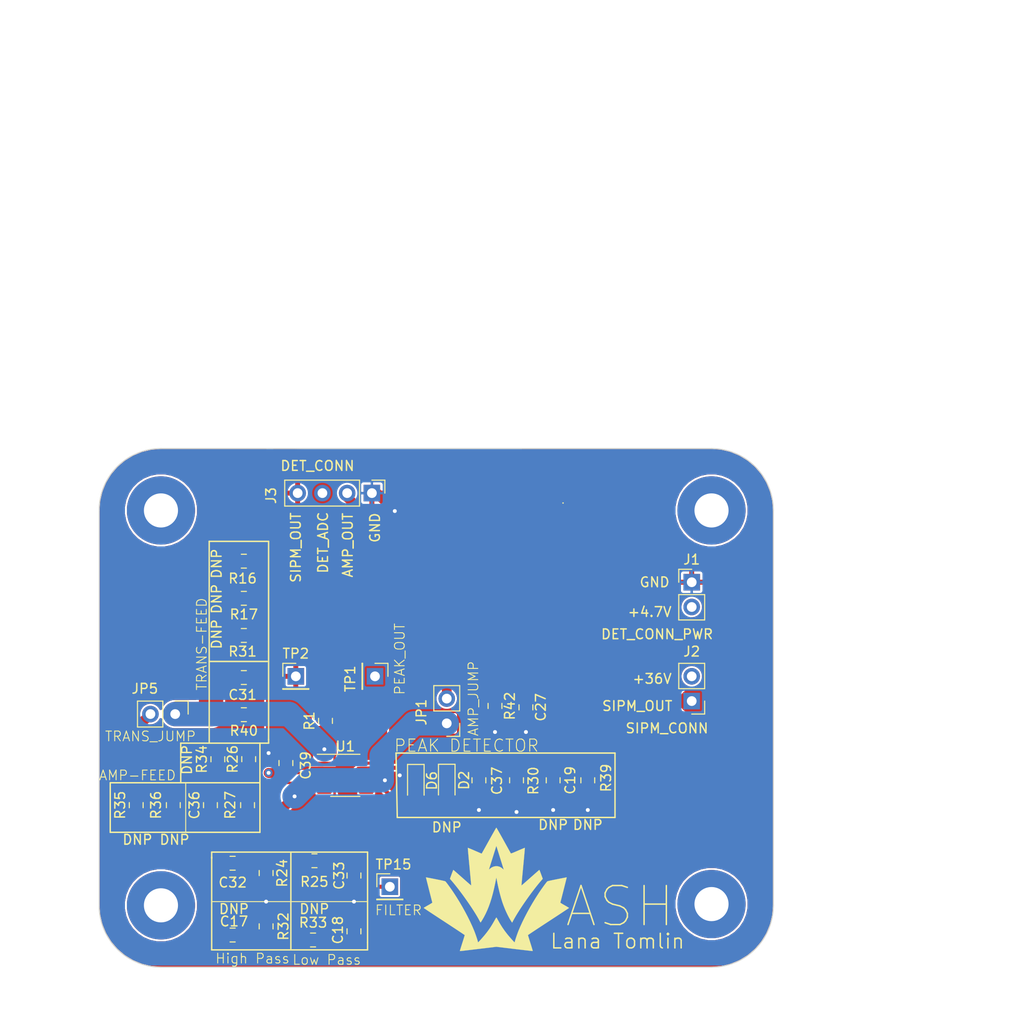
<source format=kicad_pcb>
(kicad_pcb (version 20171130) (host pcbnew "(5.1.9)-1")
  (layers (0 Papa.Cu signal) (1 GND.Cu power hide) (2 VCC.Cu power hide) (31 Mama.Cu signal) (34 B.Paste user hide) (35 F.Paste user) (36 B.SilkS user) (37 F.SilkS user) (38 B.Mask user hide) (39 F.Mask user hide) (44 Edge.Cuts user))
  (net 0 "")
  (net 1 GND)
  (net 2 "Net-(C17-Pad1)")
  (net 3 "Net-(C18-Pad2)")
  (net 4 "Net-(C19-Pad1)")
  (net 5 "Net-(C31-Pad1)")
  (net 6 "Net-(C32-Pad1)")
  (net 7 "Net-(C36-Pad2)")
  (net 8 "Net-(C36-Pad1)")
  (net 9 "Net-(D2-Pad2)")
  (net 10 /DET_ADC)
  (net 11 /SIPM_OUT)
  (net 12 /AMP_OUT)
  (net 13 +4.7V)
  (net 14 /Filter_IN)
  (net 15 "Net-(C31-Pad2)")
  (module MountingHole:MountingHole_3.5mm_Pad (layer Papa.Cu) (at 90.17 100.457 90)
    (fp_text reference REF** hide)
    (fp_text value MountingHole_3.5mm_Pad)
    (pad 1 thru_hole circle (at 0 0 90) (size 7 7) (drill 3.5) (layers *.Cu *.Mask))
  )
  (module MountingHole:MountingHole_3.5mm_Pad (layer Papa.Cu) (at 146.685 100.457 90)
    (fp_text reference REF** hide)
    (fp_text value MountingHole_3.5mm_Pad)
    (pad 1 thru_hole circle (at 0 0 90) (size 7 7) (drill 3.5) (layers *.Cu *.Mask))
  )
  (module MountingHole:MountingHole_3.5mm_Pad (layer Papa.Cu) (at 146.685 140.843 90)
    (fp_text reference REF** hide)
    (fp_text value MountingHole_3.5mm_Pad)
    (pad 1 thru_hole circle (at 0 0 90) (size 7 7) (drill 3.5) (layers *.Cu *.Mask))
  )
  (module Connector_PinHeader_2.54mm:PinHeader_1x01_P2.54mm_Vertical (layer Papa.Cu) (at 104.013 117.475)
    (fp_text reference TP2 (at 0 -2.33) (layer F.SilkS))
    (fp_text value TestPoint)
    (pad 1 thru_hole rect (at 0 0) (size 1.7 1.7) (drill 1) (layers *.Cu *.Mask) (net 15 "Net-(C31-Pad2)"))
  )
  (module Package_SO:MSOP-16_3x4.039mm_P0.5mm (layer Papa.Cu) (at 109.093 127.635)
    (fp_text reference U1 (at 0 -2.97) (layer F.SilkS))
    (fp_text value LTC6254)
    (pad 16 smd roundrect (at 2.15 -1.75) (size 1.45 0.3) (layers Papa.Cu F.Paste F.Mask) (net 10 /DET_ADC))
    (pad 15 smd roundrect (at 2.15 -1.25) (size 1.45 0.3) (layers Papa.Cu F.Paste F.Mask) (net 10 /DET_ADC))
    (pad 14 smd roundrect (at 2.15 -0.75) (size 1.45 0.3) (layers Papa.Cu F.Paste F.Mask) (net 4 "Net-(C19-Pad1)"))
    (pad 13 smd roundrect (at 2.15 -0.25) (size 1.45 0.3) (layers Papa.Cu F.Paste F.Mask) (net 1 GND))
    (pad 12 smd roundrect (at 2.15 0.25) (size 1.45 0.3) (layers Papa.Cu F.Paste F.Mask) (net 8 "Net-(C36-Pad1)"))
    (pad 11 smd roundrect (at 2.15 0.75) (size 1.45 0.3) (layers Papa.Cu F.Paste F.Mask) (net 4 "Net-(C19-Pad1)"))
    (pad 10 smd roundrect (at 2.15 1.25) (size 1.45 0.3) (layers Papa.Cu F.Paste F.Mask) (net 9 "Net-(D2-Pad2)"))
    (pad 9 smd roundrect (at 2.15 1.75) (size 1.45 0.3) (layers Papa.Cu F.Paste F.Mask))
    (pad 8 smd roundrect (at -2.15 1.75) (size 1.45 0.3) (layers Papa.Cu F.Paste F.Mask))
    (pad 7 smd roundrect (at -2.15 1.25) (size 1.45 0.3) (layers Papa.Cu F.Paste F.Mask) (net 8 "Net-(C36-Pad1)"))
    (pad 6 smd roundrect (at -2.15 0.75) (size 1.45 0.3) (layers Papa.Cu F.Paste F.Mask) (net 7 "Net-(C36-Pad2)"))
    (pad 5 smd roundrect (at -2.15 0.25) (size 1.45 0.3) (layers Papa.Cu F.Paste F.Mask) (net 3 "Net-(C18-Pad2)"))
    (pad 4 smd roundrect (at -2.15 -0.25) (size 1.45 0.3) (layers Papa.Cu F.Paste F.Mask) (net 13 +4.7V))
    (pad 3 smd roundrect (at -2.15 -0.75) (size 1.45 0.3) (layers Papa.Cu F.Paste F.Mask) (net 1 GND))
    (pad 2 smd roundrect (at -2.15 -1.25) (size 1.45 0.3) (layers Papa.Cu F.Paste F.Mask) (net 15 "Net-(C31-Pad2)"))
    (pad 1 smd roundrect (at -2.15 -1.75) (size 1.45 0.3) (layers Papa.Cu F.Paste F.Mask) (net 5 "Net-(C31-Pad1)"))
  )
  (module Resistor_SMD:R_0805_2012Metric_Pad1.15x1.40mm_HandSolder (layer Papa.Cu) (at 107.061 122.047 90)
    (fp_text reference R1 (at 0 -1.65 90) (layer F.SilkS))
    (fp_text value 1)
    (pad 2 smd roundrect (at 1.025 0 90) (size 1.15 1.4) (layers Papa.Cu F.Paste F.Mask) (roundrect_rratio 0.2173904347826087) (net 11 /SIPM_OUT))
    (pad 1 smd roundrect (at -1.025 0 90) (size 1.15 1.4) (layers Papa.Cu F.Paste F.Mask) (roundrect_rratio 0.2173904347826087) (net 15 "Net-(C31-Pad2)"))
  )
  (module Connector_PinHeader_2.54mm:PinHeader_1x04_P2.54mm_Vertical (layer Papa.Cu) (at 111.8235 98.679 270)
    (fp_text reference J3 (at 0.254 10.3505 270) (layer F.SilkS))
    (fp_text value DET_CONN (at -2.794 5.588 180) (layer F.SilkS))
    (pad 4 thru_hole oval (at 0 7.62 270) (size 1.7 1.7) (drill 1) (layers *.Cu *.Mask) (net 11 /SIPM_OUT))
    (pad 3 thru_hole oval (at 0 5.08 270) (size 1.7 1.7) (drill 1) (layers *.Cu *.Mask) (net 10 /DET_ADC))
    (pad 2 thru_hole oval (at 0 2.54 270) (size 1.7 1.7) (drill 1) (layers *.Cu *.Mask) (net 12 /AMP_OUT))
    (pad 1 thru_hole rect (at 0 0 270) (size 1.7 1.7) (drill 1) (layers *.Cu *.Mask) (net 1 GND))
  )
  (module Connector_PinHeader_2.54mm:PinHeader_1x02_P2.54mm_Vertical (layer Papa.Cu) (at 144.653 120.015 180)
    (fp_text reference J2 (at 0 5.08) (layer F.SilkS))
    (fp_text value SIPM_CONN (at 2.54 -2.794 180) (layer F.SilkS))
    (pad 2 thru_hole oval (at 0 2.54 180) (size 1.7 1.7) (drill 1) (layers *.Cu *.Mask))
    (pad 1 thru_hole rect (at 0 0 180) (size 1.7 1.7) (drill 1) (layers *.Cu *.Mask) (net 11 /SIPM_OUT))
  )
  (module Connector_PinHeader_2.54mm:PinHeader_1x02_P2.54mm_Vertical (layer Papa.Cu) (at 144.653 107.823)
    (fp_text reference J1 (at 0 -2.33) (layer F.SilkS))
    (fp_text value DET_CONN_PWR (at -3.556 5.334) (layer F.SilkS))
    (pad 2 thru_hole oval (at 0 2.54) (size 1.7 1.7) (drill 1) (layers *.Cu *.Mask) (net 13 +4.7V))
    (pad 1 thru_hole rect (at 0 0) (size 1.7 1.7) (drill 1) (layers *.Cu *.Mask) (net 1 GND))
  )
  (module Team_Logo:Logo_SilkScreen_15mm (layer Papa.Cu) (at 124.587 139.319)
    (fp_text reference G*** hide)
    (fp_text value LOGO hide)
  )
  (module MountingHole:MountingHole_3.5mm_Pad (layer Papa.Cu) (at 90.17 140.97 90)
    (fp_text reference REF** hide)
    (fp_text value MountingHole_3.5mm_Pad)
    (pad 1 thru_hole circle (at 0 0 90) (size 7 7) (drill 3.5) (layers *.Cu *.Mask))
  )
  (module Connector_PinHeader_2.54mm:PinHeader_1x01_P2.54mm_Vertical (layer Papa.Cu) (at 113.665 139.065)
    (fp_text reference TP15 (at 0.381 -2.286) (layer F.SilkS))
    (fp_text value FILTER (at 0.889 2.413) (layer F.SilkS) (effects (font (thickness 0.1))))
    (pad 1 thru_hole rect (at 0 0) (size 1.7 1.7) (drill 1) (layers *.Cu *.Mask) (net 3 "Net-(C18-Pad2)"))
  )
  (module Resistor_SMD:R_0805_2012Metric_Pad1.15x1.40mm_HandSolder (layer Papa.Cu) (at 99.178 125.975 90)
    (fp_text reference R26 (at 0 -1.65 270) (layer F.SilkS))
    (fp_text value 100)
    (pad 2 smd roundrect (at 1.025 0 90) (size 1.15 1.4) (layers Papa.Cu F.Paste F.Mask) (roundrect_rratio 0.2173904347826087) (net 1 GND))
    (pad 1 smd roundrect (at -1.025 0 90) (size 1.15 1.4) (layers Papa.Cu F.Paste F.Mask) (roundrect_rratio 0.2173904347826087) (net 7 "Net-(C36-Pad2)"))
  )
  (module Resistor_SMD:R_0805_2012Metric_Pad1.15x1.40mm_HandSolder (layer Papa.Cu) (at 96.012 125.984 270)
    (fp_text reference R34 (at 0 1.651 270) (layer F.SilkS))
    (fp_text value DNP (at 0.0635 3.175 270) (layer F.SilkS))
    (pad 2 smd roundrect (at 1.025 0 270) (size 1.15 1.4) (layers Papa.Cu F.Paste F.Mask) (roundrect_rratio 0.2173904347826087) (net 7 "Net-(C36-Pad2)"))
    (pad 1 smd roundrect (at -1.025 0 270) (size 1.15 1.4) (layers Papa.Cu F.Paste F.Mask) (roundrect_rratio 0.2173904347826087) (net 1 GND))
  )
  (module Connector_PinHeader_2.54mm:PinHeader_1x02_P2.54mm_Vertical (layer Papa.Cu) (at 119.507 122.301 180)
    (fp_text reference JP1 (at 2.6035 1.143 270) (layer F.SilkS))
    (fp_text value AMP_JUMP (at -2.7305 2.54 90) (layer F.SilkS) (effects (font (thickness 0.1))))
    (pad 2 thru_hole oval (at 0 2.54 180) (size 1.7 1.7) (drill 1) (layers *.Cu *.Mask) (net 12 /AMP_OUT))
    (pad 1 thru_hole rect (at 0 0 180) (size 1.7 1.7) (drill 1) (layers *.Cu *.Mask) (net 8 "Net-(C36-Pad1)"))
  )
  (module Resistor_SMD:R_0805_2012Metric_Pad1.15x1.40mm_HandSolder (layer Papa.Cu) (at 133.985 128.143 270)
    (fp_text reference R39 (at -0.2376 -1.8796 90) (layer F.SilkS))
    (fp_text value DNP (at 4.572 0 180) (layer F.SilkS))
    (pad 2 smd roundrect (at 1.025 0 270) (size 1.15 1.4) (layers Papa.Cu F.Paste F.Mask) (roundrect_rratio 0.2173904347826087) (net 1 GND))
    (pad 1 smd roundrect (at -1.025 0 270) (size 1.15 1.4) (layers Papa.Cu F.Paste F.Mask) (roundrect_rratio 0.2173904347826087) (net 4 "Net-(C19-Pad1)"))
  )
  (module Capacitor_SMD:C_0805_2012Metric_Pad1.15x1.40mm_HandSolder (layer Papa.Cu) (at 97.527 136.652 180)
    (fp_text reference C32 (at -0.009 -1.9812) (layer F.SilkS))
    (fp_text value 10n)
    (pad 2 smd roundrect (at 1.025 0 180) (size 1.15 1.4) (layers Papa.Cu F.Paste F.Mask) (roundrect_rratio 0.2173904347826087) (net 14 /Filter_IN))
    (pad 1 smd roundrect (at -1.025 0 180) (size 1.15 1.4) (layers Papa.Cu F.Paste F.Mask) (roundrect_rratio 0.2173904347826087) (net 6 "Net-(C32-Pad1)"))
  )
  (module Capacitor_SMD:C_0805_2012Metric_Pad1.15x1.40mm_HandSolder (layer Papa.Cu) (at 127.635 120.659 270)
    (fp_text reference C27 (at -0.009 -1.524 90) (layer F.SilkS))
    (fp_text value 2.2n)
    (pad 2 smd roundrect (at 1.025 0 270) (size 1.15 1.4) (layers Papa.Cu F.Paste F.Mask) (roundrect_rratio 0.2173904347826087) (net 1 GND))
    (pad 1 smd roundrect (at -1.025 0 270) (size 1.15 1.4) (layers Papa.Cu F.Paste F.Mask) (roundrect_rratio 0.2173904347826087) (net 12 /AMP_OUT))
  )
  (module Capacitor_SMD:C_0805_2012Metric_Pad1.15x1.40mm_HandSolder (layer Papa.Cu) (at 122.809 128.143 270)
    (fp_text reference C37 (at 0.0508 -1.8542 270) (layer F.SilkS))
    (fp_text value 2.2n)
    (pad 2 smd roundrect (at 1.025 0 270) (size 1.15 1.4) (layers Papa.Cu F.Paste F.Mask) (roundrect_rratio 0.2173904347826087) (net 1 GND))
    (pad 1 smd roundrect (at -1.025 0 270) (size 1.15 1.4) (layers Papa.Cu F.Paste F.Mask) (roundrect_rratio 0.2173904347826087) (net 4 "Net-(C19-Pad1)"))
  )
  (module Resistor_SMD:R_0805_2012Metric_Pad1.15x1.40mm_HandSolder (layer Papa.Cu) (at 124.46 120.514 270)
    (fp_text reference R42 (at 0.009 -1.524 90) (layer F.SilkS))
    (fp_text value 1M)
    (pad 2 smd roundrect (at 1.025 0 270) (size 1.15 1.4) (layers Papa.Cu F.Paste F.Mask) (roundrect_rratio 0.2173904347826087) (net 1 GND))
    (pad 1 smd roundrect (at -1.025 0 270) (size 1.15 1.4) (layers Papa.Cu F.Paste F.Mask) (roundrect_rratio 0.2173904347826087) (net 12 /AMP_OUT))
  )
  (module Diode_SMD:D_SOD-323_HandSoldering (layer Papa.Cu) (at 119.507 128.397 270)
    (fp_text reference D2 (at -0.254 -1.778 90) (layer F.SilkS))
    (fp_text value CUS08F30H3FCT-ND)
    (pad 2 smd rect (at 1.25 0 270) (size 1 1) (layers Papa.Cu F.Paste F.Mask) (net 9 "Net-(D2-Pad2)"))
    (pad 1 smd rect (at -1.25 0 270) (size 1 1) (layers Papa.Cu F.Paste F.Mask) (net 4 "Net-(C19-Pad1)"))
  )
  (module Connector_PinHeader_2.54mm:PinHeader_1x01_P2.54mm_Vertical (layer Papa.Cu) (at 112.141 117.475 270)
    (fp_text reference TP1 (at 0.254 2.54 90) (layer F.SilkS))
    (fp_text value PEAK_OUT (at -1.778 -2.54 270) (layer F.SilkS) (effects (font (thickness 0.1))))
    (pad 1 thru_hole rect (at 0 0 270) (size 1.7 1.7) (drill 1) (layers *.Cu *.Mask) (net 10 /DET_ADC))
  )
  (module Connector_PinHeader_2.54mm:PinHeader_1x02_P2.54mm_Vertical (layer Papa.Cu) (at 91.6305 121.3485 270)
    (fp_text reference JP5 (at -2.6035 3.1115 180) (layer F.SilkS))
    (fp_text value TRANS_JUMP (at 2.286 2.54) (layer F.SilkS) (effects (font (thickness 0.1))))
    (pad 2 thru_hole oval (at 0 2.54 270) (size 1.7 1.7) (drill 1) (layers *.Cu *.Mask) (net 14 /Filter_IN))
    (pad 1 thru_hole rect (at 0 0 270) (size 1.7 1.7) (drill 1) (layers *.Cu *.Mask) (net 5 "Net-(C31-Pad1)"))
  )
  (module Resistor_SMD:R_0805_2012Metric_Pad1.15x1.40mm_HandSolder (layer Papa.Cu) (at 98.679 121.412)
    (fp_text reference R40 (at 0 1.651 180) (layer F.SilkS))
    (fp_text value 150)
    (pad 2 smd roundrect (at 1.025 0) (size 1.15 1.4) (layers Papa.Cu F.Paste F.Mask) (roundrect_rratio 0.2173904347826087) (net 15 "Net-(C31-Pad2)"))
    (pad 1 smd roundrect (at -1.025 0) (size 1.15 1.4) (layers Papa.Cu F.Paste F.Mask) (roundrect_rratio 0.2173904347826087) (net 5 "Net-(C31-Pad1)"))
  )
  (module Resistor_SMD:R_0805_2012Metric_Pad1.15x1.40mm_HandSolder (layer Papa.Cu) (at 91.44 130.692 90)
    (fp_text reference R36 (at 0.009 -1.778 270) (layer F.SilkS))
    (fp_text value DNP (at -3.547 0.127) (layer F.SilkS))
    (pad 2 smd roundrect (at 1.025 0 90) (size 1.15 1.4) (layers Papa.Cu F.Paste F.Mask) (roundrect_rratio 0.2173904347826087) (net 7 "Net-(C36-Pad2)"))
    (pad 1 smd roundrect (at -1.025 0 90) (size 1.15 1.4) (layers Papa.Cu F.Paste F.Mask) (roundrect_rratio 0.2173904347826087) (net 8 "Net-(C36-Pad1)"))
  )
  (module Resistor_SMD:R_0805_2012Metric_Pad1.15x1.40mm_HandSolder (layer Papa.Cu) (at 87.63 130.692 90)
    (fp_text reference R35 (at 0 -1.65 270) (layer F.SilkS))
    (fp_text value DNP (at -3.547 0.127) (layer F.SilkS))
    (pad 2 smd roundrect (at 1.025 0 90) (size 1.15 1.4) (layers Papa.Cu F.Paste F.Mask) (roundrect_rratio 0.2173904347826087) (net 7 "Net-(C36-Pad2)"))
    (pad 1 smd roundrect (at -1.025 0 90) (size 1.15 1.4) (layers Papa.Cu F.Paste F.Mask) (roundrect_rratio 0.2173904347826087) (net 8 "Net-(C36-Pad1)"))
  )
  (module Resistor_SMD:R_0805_2012Metric_Pad1.15x1.40mm_HandSolder (layer Papa.Cu) (at 105.782 144.526 180)
    (fp_text reference R33 (at -0.009 1.778) (layer F.SilkS))
    (fp_text value DNP (at -0.136 3.175) (layer F.SilkS))
    (pad 1 smd roundrect (at -1.025 0 180) (size 1.15 1.4) (layers Papa.Cu F.Paste F.Mask) (roundrect_rratio 0.2173904347826087) (net 3 "Net-(C18-Pad2)"))
    (pad 2 smd roundrect (at 1.025 0 180) (size 1.15 1.4) (layers Papa.Cu F.Paste F.Mask) (roundrect_rratio 0.2173904347826087) (net 2 "Net-(C17-Pad1)"))
  )
  (module Resistor_SMD:R_0805_2012Metric_Pad1.15x1.40mm_HandSolder (layer Papa.Cu) (at 100.965 143.129 90)
    (fp_text reference R32 (at 0 1.778 270) (layer F.SilkS))
    (fp_text value DNP)
    (pad 2 smd roundrect (at 1.025 0 90) (size 1.15 1.4) (layers Papa.Cu F.Paste F.Mask) (roundrect_rratio 0.2173904347826087) (net 1 GND))
    (pad 1 smd roundrect (at -1.025 0 90) (size 1.15 1.4) (layers Papa.Cu F.Paste F.Mask) (roundrect_rratio 0.2173904347826087) (net 2 "Net-(C17-Pad1)"))
  )
  (module Resistor_SMD:R_0805_2012Metric_Pad1.15x1.40mm_HandSolder (layer Papa.Cu) (at 98.679 113.284)
    (fp_text reference R31 (at -0.127 1.651 180) (layer F.SilkS))
    (fp_text value DNP (at -2.794 -0.127 90) (layer F.SilkS))
    (pad 2 smd roundrect (at 1.025 0) (size 1.15 1.4) (layers Papa.Cu F.Paste F.Mask) (roundrect_rratio 0.2173904347826087) (net 15 "Net-(C31-Pad2)"))
    (pad 1 smd roundrect (at -1.025 0) (size 1.15 1.4) (layers Papa.Cu F.Paste F.Mask) (roundrect_rratio 0.2173904347826087) (net 5 "Net-(C31-Pad1)"))
  )
  (module Resistor_SMD:R_0805_2012Metric_Pad1.15x1.40mm_HandSolder (layer Papa.Cu) (at 126.6698 128.143 270)
    (fp_text reference R30 (at 0.0508 -1.7272 270) (layer F.SilkS))
    (fp_text value 1M)
    (pad 2 smd roundrect (at 1.025 0 270) (size 1.15 1.4) (layers Papa.Cu F.Paste F.Mask) (roundrect_rratio 0.2173904347826087) (net 1 GND))
    (pad 1 smd roundrect (at -1.025 0 270) (size 1.15 1.4) (layers Papa.Cu F.Paste F.Mask) (roundrect_rratio 0.2173904347826087) (net 4 "Net-(C19-Pad1)"))
  )
  (module Resistor_SMD:R_0805_2012Metric_Pad1.15x1.40mm_HandSolder (layer Papa.Cu) (at 99.06 130.692 90)
    (fp_text reference R27 (at 0 -1.778 270) (layer F.SilkS))
    (fp_text value 330)
    (pad 2 smd roundrect (at 1.025 0 90) (size 1.15 1.4) (layers Papa.Cu F.Paste F.Mask) (roundrect_rratio 0.2173904347826087) (net 7 "Net-(C36-Pad2)"))
    (pad 1 smd roundrect (at -1.025 0 90) (size 1.15 1.4) (layers Papa.Cu F.Paste F.Mask) (roundrect_rratio 0.2173904347826087) (net 8 "Net-(C36-Pad1)"))
  )
  (module Resistor_SMD:R_0805_2012Metric_Pad1.15x1.40mm_HandSolder (layer Papa.Cu) (at 105.927 136.398 180)
    (fp_text reference R25 (at 0.009 -2.159) (layer F.SilkS))
    (fp_text value 150)
    (pad 2 smd roundrect (at 1.025 0 180) (size 1.15 1.4) (layers Papa.Cu F.Paste F.Mask) (roundrect_rratio 0.2173904347826087) (net 6 "Net-(C32-Pad1)"))
    (pad 1 smd roundrect (at -1.025 0 180) (size 1.15 1.4) (layers Papa.Cu F.Paste F.Mask) (roundrect_rratio 0.2173904347826087) (net 3 "Net-(C18-Pad2)"))
  )
  (module Resistor_SMD:R_0805_2012Metric_Pad1.15x1.40mm_HandSolder (layer Papa.Cu) (at 100.965 137.659 270)
    (fp_text reference R24 (at 0.009 -1.651 270) (layer F.SilkS))
    (fp_text value 100)
    (pad 2 smd roundrect (at 1.025 0 270) (size 1.15 1.4) (layers Papa.Cu F.Paste F.Mask) (roundrect_rratio 0.2173904347826087) (net 1 GND))
    (pad 1 smd roundrect (at -1.025 0 270) (size 1.15 1.4) (layers Papa.Cu F.Paste F.Mask) (roundrect_rratio 0.2173904347826087) (net 6 "Net-(C32-Pad1)"))
  )
  (module Resistor_SMD:R_0805_2012Metric_Pad1.15x1.40mm_HandSolder (layer Papa.Cu) (at 98.679 109.474)
    (fp_text reference R17 (at 0 1.651 180) (layer F.SilkS))
    (fp_text value DNP (at -2.794 0.0635 90) (layer F.SilkS))
    (pad 2 smd roundrect (at 1.025 0) (size 1.15 1.4) (layers Papa.Cu F.Paste F.Mask) (roundrect_rratio 0.2173904347826087) (net 15 "Net-(C31-Pad2)"))
    (pad 1 smd roundrect (at -1.025 0) (size 1.15 1.4) (layers Papa.Cu F.Paste F.Mask) (roundrect_rratio 0.2173904347826087) (net 5 "Net-(C31-Pad1)"))
  )
  (module Resistor_SMD:R_0805_2012Metric_Pad1.15x1.40mm_HandSolder (layer Papa.Cu) (at 98.679 105.664)
    (fp_text reference R16 (at -0.127 1.778 180) (layer F.SilkS))
    (fp_text value DNP (at -2.794 0.254 270) (layer F.SilkS))
    (pad 2 smd roundrect (at 1.025 0) (size 1.15 1.4) (layers Papa.Cu F.Paste F.Mask) (roundrect_rratio 0.2173904347826087) (net 15 "Net-(C31-Pad2)"))
    (pad 1 smd roundrect (at -1.025 0) (size 1.15 1.4) (layers Papa.Cu F.Paste F.Mask) (roundrect_rratio 0.2173904347826087) (net 5 "Net-(C31-Pad1)"))
  )
  (module Diode_SMD:D_SOD-323_HandSoldering (layer Papa.Cu) (at 116.332 128.417 270)
    (fp_text reference D6 (at -0.234 -1.651 90) (layer F.SilkS))
    (fp_text value CUS08F30H3FCT-ND)
    (pad 2 smd rect (at 1.25 0 270) (size 1 1) (layers Papa.Cu F.Paste F.Mask) (net 9 "Net-(D2-Pad2)"))
    (pad 1 smd rect (at -1.25 0 270) (size 1 1) (layers Papa.Cu F.Paste F.Mask) (net 4 "Net-(C19-Pad1)"))
  )
  (module Capacitor_SMD:C_0805_2012Metric_Pad1.15x1.40mm_HandSolder (layer Papa.Cu) (at 102.997 126.374 90)
    (fp_text reference C39 (at -0.245 2.032 270) (layer F.SilkS))
    (fp_text value 0.1u)
    (pad 2 smd roundrect (at 1.025 0 90) (size 1.15 1.4) (layers Papa.Cu F.Paste F.Mask) (roundrect_rratio 0.2173904347826087) (net 1 GND))
    (pad 1 smd roundrect (at -1.025 0 90) (size 1.15 1.4) (layers Papa.Cu F.Paste F.Mask) (roundrect_rratio 0.2173904347826087) (net 13 +4.7V))
  )
  (module Capacitor_SMD:C_0805_2012Metric_Pad1.15x1.40mm_HandSolder (layer Papa.Cu) (at 95.25 130.692 90)
    (fp_text reference C36 (at 0 -1.65 270) (layer F.SilkS))
    (fp_text value 470p)
    (pad 2 smd roundrect (at 1.025 0 90) (size 1.15 1.4) (layers Papa.Cu F.Paste F.Mask) (roundrect_rratio 0.2173904347826087) (net 7 "Net-(C36-Pad2)"))
    (pad 1 smd roundrect (at -1.025 0 90) (size 1.15 1.4) (layers Papa.Cu F.Paste F.Mask) (roundrect_rratio 0.2173904347826087) (net 8 "Net-(C36-Pad1)"))
  )
  (module Capacitor_SMD:C_0805_2012Metric_Pad1.15x1.40mm_HandSolder (layer Papa.Cu) (at 109.982 137.913 90)
    (fp_text reference C33 (at -0.009 -1.524 270) (layer F.SilkS))
    (fp_text value 1n)
    (pad 2 smd roundrect (at 1.025 0 90) (size 1.15 1.4) (layers Papa.Cu F.Paste F.Mask) (roundrect_rratio 0.2173904347826087) (net 3 "Net-(C18-Pad2)"))
    (pad 1 smd roundrect (at -1.025 0 90) (size 1.15 1.4) (layers Papa.Cu F.Paste F.Mask) (roundrect_rratio 0.2173904347826087) (net 1 GND))
  )
  (module Capacitor_SMD:C_0805_2012Metric_Pad1.15x1.40mm_HandSolder (layer Papa.Cu) (at 98.679 117.602)
    (fp_text reference C31 (at -0.127 1.778 180) (layer F.SilkS))
    (fp_text value 1n)
    (pad 2 smd roundrect (at 1.025 0) (size 1.15 1.4) (layers Papa.Cu F.Paste F.Mask) (roundrect_rratio 0.2173904347826087) (net 15 "Net-(C31-Pad2)"))
    (pad 1 smd roundrect (at -1.025 0) (size 1.15 1.4) (layers Papa.Cu F.Paste F.Mask) (roundrect_rratio 0.2173904347826087) (net 5 "Net-(C31-Pad1)"))
  )
  (module Capacitor_SMD:C_0805_2012Metric_Pad1.15x1.40mm_HandSolder (layer Papa.Cu) (at 130.429 128.143 270)
    (fp_text reference C19 (at 0 -1.7526 90) (layer F.SilkS))
    (fp_text value DNP (at 4.572 0 180) (layer F.SilkS))
    (pad 2 smd roundrect (at 1.025 0 270) (size 1.15 1.4) (layers Papa.Cu F.Paste F.Mask) (roundrect_rratio 0.2173904347826087) (net 1 GND))
    (pad 1 smd roundrect (at -1.025 0 270) (size 1.15 1.4) (layers Papa.Cu F.Paste F.Mask) (roundrect_rratio 0.2173904347826087) (net 4 "Net-(C19-Pad1)"))
  )
  (module Capacitor_SMD:C_0805_2012Metric_Pad1.15x1.40mm_HandSolder (layer Papa.Cu) (at 109.982 143.637 270)
    (fp_text reference C18 (at -0.127 1.651 90) (layer F.SilkS))
    (fp_text value DNP)
    (pad 1 smd roundrect (at -1.025 0 270) (size 1.15 1.4) (layers Papa.Cu F.Paste F.Mask) (roundrect_rratio 0.2173904347826087) (net 1 GND))
    (pad 2 smd roundrect (at 1.025 0 270) (size 1.15 1.4) (layers Papa.Cu F.Paste F.Mask) (roundrect_rratio 0.2173904347826087) (net 3 "Net-(C18-Pad2)"))
  )
  (module Capacitor_SMD:C_0805_2012Metric_Pad1.15x1.40mm_HandSolder (layer Papa.Cu) (at 97.527 144.018 180)
    (fp_text reference C17 (at -0.136 1.397) (layer F.SilkS))
    (fp_text value DNP (at -0.136 2.667) (layer F.SilkS))
    (pad 2 smd roundrect (at 1.025 0 180) (size 1.15 1.4) (layers Papa.Cu F.Paste F.Mask) (roundrect_rratio 0.2173904347826087) (net 14 /Filter_IN))
    (pad 1 smd roundrect (at -1.025 0 180) (size 1.15 1.4) (layers Papa.Cu F.Paste F.Mask) (roundrect_rratio 0.2173904347826087) (net 2 "Net-(C17-Pad1)"))
  )
  (gr_text DNP (at 119.507 132.969) (layer F.SilkS) (effects (font (size 1 1))))
  (gr_text ASH (at 137.287 141.097) (layer F.SilkS) (effects (font (size 4 4))))
  (gr_line (start 136.779 131.953) (end 136.779 125.349) (layer F.SilkS) (width 0.15))
  (gr_line (start 114.427 131.953) (end 136.779 131.953) (layer F.SilkS) (width 0.15))
  (gr_line (start 114.3 125.349) (end 114.427 131.953) (layer F.SilkS) (width 0.15))
  (gr_line (start 95.123 124.333) (end 95.123 103.632) (layer F.SilkS) (width 0.15))
  (gr_line (start 101.219 124.333) (end 100.33 124.333) (layer F.SilkS) (width 0.15))
  (gr_line (start 101.219 123.952) (end 101.219 124.333) (layer F.SilkS) (width 0.15))
  (gr_line (start 84.963 133.477) (end 100.33 133.477) (layer F.SilkS) (width 0.15))
  (gr_arc (start 90.17 100.457) (end 90.17 94.107) (angle -90) (layer Edge.Cuts) (width 0.1))
  (gr_line (start 146.685 94.107) (end 90.17 94.107) (layer Edge.Cuts) (width 0.1))
  (gr_line (start 153.035 140.97) (end 153.035 100.457) (layer Edge.Cuts) (width 0.1))
  (gr_text GND (at 112.141 102.235 90) (layer F.SilkS) (effects (font (size 1 1))))
  (gr_text AMP_OUT (at 109.347 104.013 90) (layer F.SilkS) (effects (font (size 1 1))))
  (gr_text DET_ADC (at 106.807 103.759 90) (layer F.SilkS) (effects (font (size 1 1))))
  (gr_text SIPM_OUT (at 104.013 104.267 90) (layer F.SilkS) (effects (font (size 1 1))))
  (gr_text GND (at 140.843 107.823) (layer F.SilkS) (effects (font (size 1 1))))
  (gr_text +4.7V (at 140.335 110.871) (layer F.SilkS) (effects (font (size 1 1))))
  (gr_text +36V (at 140.589 117.729) (layer F.SilkS) (effects (font (size 1 1))))
  (gr_text SIPM_OUT (at 139.065 120.523) (layer F.SilkS) (effects (font (size 1 1))))
  (gr_line (start 131.445 99.695) (end 131.445 99.695) (layer F.SilkS) (width 0.15))
  (gr_line (start 111.379 145.542) (end 111.379 144.78) (layer F.SilkS) (width 0.15))
  (gr_line (start 95.377 145.542) (end 111.379 145.542) (layer F.SilkS) (width 0.15))
  (gr_text "Lana Tomlin" (at 137.033 144.653) (layer F.SilkS) (effects (font (size 1.5 1.5))))
  (gr_text "PEAK DETECTOR" (at 121.539 124.587) (layer F.SilkS) (effects (font (size 1.25 1.25) (thickness 0.1))))
  (gr_arc (start 90.17 140.97) (end 83.82 140.97) (angle -90) (layer Edge.Cuts) (width 0.1))
  (gr_arc (start 146.685 100.457) (end 153.035 100.457) (angle -90) (layer Edge.Cuts) (width 0.1))
  (gr_arc (start 146.685 140.97) (end 146.685 147.32) (angle -90) (layer Edge.Cuts) (width 0.1))
  (gr_line (start 83.82 140.97) (end 83.82 100.457) (layer Edge.Cuts) (width 0.1))
  (gr_line (start 146.685 147.32) (end 90.17 147.32) (layer Edge.Cuts) (width 0.1))
  (gr_text AMP-FEED (at 87.757 127.635) (layer F.SilkS) (effects (font (size 1 1) (thickness 0.1))))
  (gr_line (start 95.377 135.509) (end 95.377 136.144) (layer F.SilkS) (width 0.15))
  (gr_line (start 111.379 135.509) (end 95.377 135.509) (layer F.SilkS) (width 0.15))
  (gr_line (start 103.505 140.589) (end 95.377 140.589) (layer F.SilkS) (width 0.1))
  (gr_text "Low Pass" (at 107.188 146.558) (layer F.SilkS) (effects (font (size 1 1) (thickness 0.1))))
  (gr_text "High Pass" (at 99.568 146.431) (layer F.SilkS) (effects (font (size 1 1) (thickness 0.1))))
  (gr_line (start 84.963 128.397) (end 84.963 133.477) (layer F.SilkS) (width 0.15))
  (gr_line (start 100.33 128.397) (end 100.33 124.333) (layer F.SilkS) (width 0.15))
  (gr_line (start 100.33 124.333) (end 92.202 124.333) (layer F.SilkS) (width 0.15))
  (gr_line (start 92.202 124.333) (end 92.202 128.397) (layer F.SilkS) (width 0.15))
  (gr_text TRANS-FEED (at 94.361 114.173 90) (layer F.SilkS) (effects (font (size 1 1) (thickness 0.1))))
  (gr_line (start 111.379 140.589) (end 103.505 140.589) (layer F.SilkS) (width 0.1))
  (gr_line (start 103.505 135.509) (end 103.505 145.415) (layer F.SilkS) (width 0.15))
  (gr_line (start 95.377 145.542) (end 95.377 136.017) (layer F.SilkS) (width 0.15))
  (gr_line (start 111.379 135.509) (end 111.379 144.78) (layer F.SilkS) (width 0.15))
  (gr_line (start 95.123 115.951) (end 101.092 115.951) (layer F.SilkS) (width 0.15))
  (gr_line (start 92.71 133.477) (end 92.71 128.397) (layer F.SilkS) (width 0.1))
  (gr_line (start 136.779 125.349) (end 114.3 125.349) (layer F.SilkS) (width 0.15))
  (gr_line (start 100.33 128.397) (end 84.963 128.397) (layer F.SilkS) (width 0.15))
  (gr_line (start 100.33 133.477) (end 100.33 128.397) (layer F.SilkS) (width 0.15))
  (gr_line (start 101.219 103.632) (end 95.123 103.632) (layer F.SilkS) (width 0.15))
  (gr_line (start 101.219 123.952) (end 101.219 103.632) (layer F.SilkS) (width 0.15))
  (via (at 124.46 123.19) (size 0.8) (drill 0.4) (layers Papa.Cu Mama.Cu) (net 1))
  (segment (start 126.4158 129.1172) (end 126.7878 129.1172) (width 0.42) (layer Papa.Cu) (net 1))
  (via (at 109.982 140.589) (size 0.8) (drill 0.4) (layers Papa.Cu Mama.Cu) (net 1))
  (via (at 100.965 140.589) (size 0.8) (drill 0.4) (layers Papa.Cu Mama.Cu) (net 1))
  (via (at 101.219 125.349) (size 0.8) (drill 0.4) (layers Papa.Cu Mama.Cu) (net 1))
  (via (at 127.635 123.19) (size 0.8) (drill 0.4) (layers Papa.Cu Mama.Cu) (net 1))
  (segment (start 102.87 125.476) (end 102.997 125.349) (width 0.8) (layer Papa.Cu) (net 1))
  (segment (start 100.965 138.684) (end 100.965 142.104) (width 1) (layer Papa.Cu) (net 1))
  (segment (start 109.982 138.938) (end 109.982 142.612) (width 1) (layer Papa.Cu) (net 1))
  (segment (start 124.46 121.539) (end 124.46 123.19) (width 1) (layer Papa.Cu) (net 1))
  (segment (start 127.635 121.684) (end 127.635 123.19) (width 1) (layer Papa.Cu) (net 1))
  (segment (start 111.8235 98.679) (end 112.3315 98.679) (width 1) (layer Papa.Cu) (net 1))
  (segment (start 112.3315 98.679) (end 114.173 100.5205) (width 1) (layer Papa.Cu) (net 1))
  (segment (start 114.173 100.5205) (end 114.173 100.5205) (width 1) (layer Papa.Cu) (net 1))
  (via (at 114.173 100.5205) (size 0.8) (drill 0.4) (layers Papa.Cu Mama.Cu) (net 1))
  (via (at 114.681 127.635) (size 0.8) (drill 0.4) (layers Papa.Cu Mama.Cu) (net 1))
  (segment (start 102.997 125.349) (end 101.219 125.349) (width 1) (layer Papa.Cu) (net 1))
  (segment (start 106.943 126.885) (end 106.819 126.885) (width 0.25) (layer Papa.Cu) (net 1))
  (segment (start 104.50801 126.86001) (end 102.997 125.349) (width 0.25) (layer Papa.Cu) (net 1))
  (segment (start 106.79401 126.86001) (end 104.50801 126.86001) (width 0.25) (layer Papa.Cu) (net 1))
  (segment (start 106.819 126.885) (end 106.79401 126.86001) (width 0.25) (layer Papa.Cu) (net 1))
  (segment (start 130.429 129.168) (end 130.429 131.191) (width 1) (layer Papa.Cu) (net 1))
  (segment (start 122.809 129.168) (end 122.809 131.191) (width 1) (layer Papa.Cu) (net 1))
  (segment (start 126.6698 129.168) (end 126.6698 131.3942) (width 1) (layer Papa.Cu) (net 1))
  (segment (start 126.6698 131.3942) (end 126.6698 131.4958) (width 1) (layer Papa.Cu) (net 1))
  (via (at 126.6698 131.3942) (size 0.8) (drill 0.4) (layers Papa.Cu Mama.Cu) (net 1))
  (segment (start 122.809 131.191) (end 122.809 131.191) (width 1) (layer Papa.Cu) (net 1))
  (via (at 122.809 131.191) (size 0.8) (drill 0.4) (layers Papa.Cu Mama.Cu) (net 1))
  (segment (start 130.429 131.191) (end 130.429 131.191) (width 1) (layer Papa.Cu) (net 1))
  (via (at 130.429 131.191) (size 0.8) (drill 0.4) (layers Papa.Cu Mama.Cu) (net 1))
  (segment (start 133.985 129.168) (end 133.985 131.191) (width 1) (layer Papa.Cu) (net 1))
  (segment (start 133.985 131.191) (end 133.985 131.191) (width 1) (layer Papa.Cu) (net 1))
  (via (at 133.985 131.191) (size 0.8) (drill 0.4) (layers Papa.Cu Mama.Cu) (net 1))
  (segment (start 113.430402 127.39502) (end 114.44102 127.39502) (width 0.25) (layer Papa.Cu) (net 1))
  (segment (start 114.44102 127.39502) (end 114.681 127.635) (width 0.25) (layer Papa.Cu) (net 1))
  (segment (start 113.420382 127.385) (end 113.430402 127.39502) (width 0.25) (layer Papa.Cu) (net 1))
  (segment (start 111.243 127.385) (end 113.420382 127.385) (width 0.25) (layer Papa.Cu) (net 1))
  (segment (start 98.552 144.018) (end 99.822 145.288) (width 0.42) (layer Papa.Cu) (net 2))
  (segment (start 103.995 145.288) (end 104.757 144.526) (width 0.42) (layer Papa.Cu) (net 2))
  (segment (start 101.972 145.288) (end 101.092 144.408) (width 0.42) (layer Papa.Cu) (net 2))
  (segment (start 102.108 145.288) (end 101.972 145.288) (width 0.42) (layer Papa.Cu) (net 2))
  (segment (start 102.108 145.288) (end 103.995 145.288) (width 0.42) (layer Papa.Cu) (net 2))
  (segment (start 99.822 145.288) (end 102.108 145.288) (width 0.42) (layer Papa.Cu) (net 2))
  (segment (start 106.952 136.398) (end 106.952 136.253) (width 0.42) (layer Papa.Cu) (net 3))
  (segment (start 106.952 136.253) (end 107.442 135.763) (width 0.42) (layer Papa.Cu) (net 3))
  (segment (start 108.857 135.763) (end 109.982 136.888) (width 0.42) (layer Papa.Cu) (net 3))
  (segment (start 107.442 135.763) (end 108.857 135.763) (width 0.42) (layer Papa.Cu) (net 3))
  (segment (start 111.09201 137.99801) (end 111.09201 137.95499) (width 0.42) (layer Papa.Cu) (net 3))
  (segment (start 111.09201 137.99801) (end 111.09201 139.28601) (width 0.42) (layer Papa.Cu) (net 3))
  (segment (start 111.09201 145.06699) (end 111.09201 143.55199) (width 0.42) (layer Papa.Cu) (net 3))
  (segment (start 111.09201 140.36799) (end 111.09201 140.843) (width 0.42) (layer Papa.Cu) (net 3))
  (segment (start 112.395 139.065) (end 111.09201 140.36799) (width 0.42) (layer Papa.Cu) (net 3))
  (segment (start 113.665 139.065) (end 112.395 139.065) (width 0.42) (layer Papa.Cu) (net 3))
  (segment (start 111.09201 139.28601) (end 111.09201 140.843) (width 0.42) (layer Papa.Cu) (net 3))
  (segment (start 111.09201 140.843) (end 111.09201 143.55199) (width 0.42) (layer Papa.Cu) (net 3))
  (segment (start 110.605372 145.285372) (end 109.982 144.662) (width 0.42) (layer Papa.Cu) (net 3))
  (segment (start 110.873628 145.285372) (end 110.605372 145.285372) (width 0.42) (layer Papa.Cu) (net 3))
  (segment (start 111.09201 145.06699) (end 110.873628 145.285372) (width 0.42) (layer Papa.Cu) (net 3))
  (segment (start 106.807 145.288) (end 106.807 144.526) (width 0.42) (layer Papa.Cu) (net 3))
  (segment (start 107.442 145.923) (end 106.807 145.288) (width 0.42) (layer Papa.Cu) (net 3))
  (segment (start 111.09201 145.06699) (end 110.236 145.923) (width 0.42) (layer Papa.Cu) (net 3))
  (segment (start 110.236 145.923) (end 107.442 145.923) (width 0.42) (layer Papa.Cu) (net 3))
  (segment (start 108.41498 135.763) (end 110.363 135.763) (width 0.42) (layer Papa.Cu) (net 3))
  (segment (start 107.733702 127.885) (end 107.99301 128.144308) (width 0.25) (layer Papa.Cu) (net 3))
  (segment (start 106.943 127.885) (end 107.733702 127.885) (width 0.25) (layer Papa.Cu) (net 3))
  (segment (start 106.952 136.398) (end 107.99301 135.35699) (width 0.42) (layer Papa.Cu) (net 3))
  (segment (start 107.99301 135.35699) (end 107.99301 129.75099) (width 0.42) (layer Papa.Cu) (net 3))
  (segment (start 107.99301 128.144308) (end 107.99301 129.75099) (width 0.25) (layer Papa.Cu) (net 3))
  (segment (start 111.09201 136.49201) (end 110.363 135.763) (width 0.42) (layer Papa.Cu) (net 3))
  (segment (start 111.09201 137.99801) (end 111.09201 136.49201) (width 0.42) (layer Papa.Cu) (net 3))
  (segment (start 111.243 128.385) (end 109.843 128.385) (width 0.25) (layer Papa.Cu) (net 4))
  (segment (start 109.843 128.385) (end 109.601 128.143) (width 0.25) (layer Papa.Cu) (net 4))
  (segment (start 109.601 128.143) (end 109.601 127.686318) (width 0.25) (layer Papa.Cu) (net 4))
  (segment (start 110.402318 126.885) (end 111.243 126.885) (width 0.25) (layer Papa.Cu) (net 4))
  (segment (start 109.601 127.686318) (end 110.402318 126.885) (width 0.25) (layer Papa.Cu) (net 4))
  (segment (start 111.41599 126.86001) (end 114.43999 126.86001) (width 0.25) (layer Papa.Cu) (net 4))
  (segment (start 111.391 126.885) (end 111.41599 126.86001) (width 0.25) (layer Papa.Cu) (net 4))
  (segment (start 111.243 126.885) (end 111.391 126.885) (width 0.25) (layer Papa.Cu) (net 4))
  (segment (start 115.276 126.111) (end 116.332 127.167) (width 0.42) (layer Papa.Cu) (net 4))
  (segment (start 115.189 126.111) (end 115.276 126.111) (width 0.42) (layer Papa.Cu) (net 4))
  (segment (start 118.471 126.111) (end 119.507 127.147) (width 0.42) (layer Papa.Cu) (net 4))
  (segment (start 115.189 126.111) (end 118.471 126.111) (width 0.42) (layer Papa.Cu) (net 4))
  (segment (start 115.189 126.111) (end 114.43999 126.86001) (width 0.42) (layer Papa.Cu) (net 4))
  (segment (start 114.43999 126.86001) (end 113.65201 126.86001) (width 0.42) (layer Papa.Cu) (net 4))
  (segment (start 132.978 126.111) (end 133.985 127.118) (width 0.42) (layer Papa.Cu) (net 4))
  (segment (start 129.912 127.118) (end 128.905 126.111) (width 0.42) (layer Papa.Cu) (net 4))
  (segment (start 130.429 127.118) (end 129.912 127.118) (width 0.42) (layer Papa.Cu) (net 4))
  (segment (start 128.905 126.111) (end 132.978 126.111) (width 0.42) (layer Papa.Cu) (net 4))
  (segment (start 126.6698 126.9238) (end 125.857 126.111) (width 0.42) (layer Papa.Cu) (net 4))
  (segment (start 126.6698 127.118) (end 126.6698 126.9238) (width 0.42) (layer Papa.Cu) (net 4))
  (segment (start 125.857 126.111) (end 128.905 126.111) (width 0.42) (layer Papa.Cu) (net 4))
  (segment (start 122.8 127.118) (end 121.793 126.111) (width 0.42) (layer Papa.Cu) (net 4))
  (segment (start 122.809 127.118) (end 122.8 127.118) (width 0.42) (layer Papa.Cu) (net 4))
  (segment (start 121.793 126.111) (end 125.857 126.111) (width 0.42) (layer Papa.Cu) (net 4))
  (segment (start 118.471 126.111) (end 121.793 126.111) (width 0.42) (layer Papa.Cu) (net 4))
  (segment (start 106.943 124.959) (end 106.943 124.959) (width 0.25) (layer Papa.Cu) (net 5))
  (via (at 106.943 124.959) (size 0.8) (drill 0.4) (layers Papa.Cu Mama.Cu) (net 5))
  (segment (start 106.943 124.959) (end 106.943 125.467) (width 1) (layer Papa.Cu) (net 5))
  (segment (start 106.943 125.885) (end 106.943 125.467) (width 0.25) (layer Papa.Cu) (net 5))
  (segment (start 103.3325 121.3485) (end 106.943 124.959) (width 2.5) (layer Mama.Cu) (net 5))
  (segment (start 91.6305 121.3485) (end 103.3325 121.3485) (width 2.5) (layer Mama.Cu) (net 5))
  (segment (start 91.6305 121.3485) (end 95.3135 121.3485) (width 2.5) (layer Papa.Cu) (net 5))
  (segment (start 97.3455 105.664) (end 95.3135 107.696) (width 1) (layer Papa.Cu) (net 5))
  (segment (start 97.654 105.664) (end 97.3455 105.664) (width 1) (layer Papa.Cu) (net 5))
  (segment (start 97.654 109.474) (end 97.654 109.5465) (width 1) (layer Papa.Cu) (net 5))
  (segment (start 95.3135 111.887) (end 95.3135 107.696) (width 2.5) (layer Papa.Cu) (net 5))
  (segment (start 97.654 109.5465) (end 95.3135 111.887) (width 1) (layer Papa.Cu) (net 5))
  (segment (start 97.5995 113.284) (end 95.3135 115.57) (width 1) (layer Papa.Cu) (net 5))
  (segment (start 97.654 113.284) (end 97.5995 113.284) (width 1) (layer Papa.Cu) (net 5))
  (segment (start 95.3135 115.57) (end 95.3135 111.887) (width 2.5) (layer Papa.Cu) (net 5))
  (segment (start 97.654 117.992) (end 95.3135 120.3325) (width 1) (layer Papa.Cu) (net 5))
  (segment (start 97.654 117.602) (end 97.654 117.992) (width 1) (layer Papa.Cu) (net 5))
  (segment (start 95.3135 120.3325) (end 95.3135 115.57) (width 2.5) (layer Papa.Cu) (net 5))
  (segment (start 95.3135 121.3485) (end 95.3135 120.3325) (width 2.5) (layer Papa.Cu) (net 5))
  (segment (start 95.377 121.412) (end 95.3135 121.3485) (width 1) (layer Papa.Cu) (net 5))
  (segment (start 97.654 121.412) (end 95.377 121.412) (width 1) (layer Papa.Cu) (net 5))
  (segment (start 101.092 136.507) (end 100.965 136.634) (width 0.42) (layer Papa.Cu) (net 6))
  (segment (start 98.552 136.652) (end 98.552 136.398) (width 0.42) (layer Papa.Cu) (net 6))
  (segment (start 103.632 135.128) (end 104.902 136.398) (width 0.42) (layer Papa.Cu) (net 6))
  (segment (start 99.822 135.491) (end 100.965 136.634) (width 0.42) (layer Papa.Cu) (net 6))
  (segment (start 98.552 136.398) (end 99.822 135.128) (width 0.42) (layer Papa.Cu) (net 6))
  (segment (start 99.822 135.128) (end 103.632 135.128) (width 0.42) (layer Papa.Cu) (net 6))
  (segment (start 99.822 135.491) (end 99.822 135.128) (width 0.42) (layer Papa.Cu) (net 6))
  (segment (start 98.020998 128.538002) (end 99.178 127.381) (width 0.42) (layer Papa.Cu) (net 7))
  (segment (start 96.393 127.381) (end 95.123 128.651) (width 0.42) (layer Papa.Cu) (net 7))
  (segment (start 91.948 129.159) (end 91.44 129.667) (width 0.25) (layer Papa.Cu) (net 7))
  (segment (start 88.646 128.651) (end 87.63 129.667) (width 0.42) (layer Papa.Cu) (net 7))
  (segment (start 91.948 128.651) (end 91.948 129.159) (width 0.42) (layer Papa.Cu) (net 7))
  (segment (start 95.504 128.651) (end 91.948 128.651) (width 0.42) (layer Papa.Cu) (net 7))
  (segment (start 95.504 128.651) (end 96.266 128.651) (width 0.42) (layer Papa.Cu) (net 7))
  (segment (start 96.266 128.651) (end 95.25 129.667) (width 0.42) (layer Papa.Cu) (net 7))
  (segment (start 99.06 129.667) (end 100.076 128.651) (width 0.42) (layer Papa.Cu) (net 7))
  (segment (start 100.076 128.651) (end 99.06 128.651) (width 0.42) (layer Papa.Cu) (net 7))
  (segment (start 99.06 128.651) (end 95.504 128.651) (width 0.42) (layer Papa.Cu) (net 7))
  (segment (start 106.77001 128.40999) (end 100.31701 128.40999) (width 0.25) (layer Papa.Cu) (net 7))
  (segment (start 100.31701 128.40999) (end 100.076 128.651) (width 0.25) (layer Papa.Cu) (net 7))
  (segment (start 106.795 128.385) (end 106.77001 128.40999) (width 0.25) (layer Papa.Cu) (net 7))
  (segment (start 106.943 128.385) (end 106.795 128.385) (width 0.25) (layer Papa.Cu) (net 7))
  (segment (start 91.948 128.651) (end 89.154 128.651) (width 0.42) (layer Papa.Cu) (net 7))
  (segment (start 89.154 128.651) (end 88.646 128.651) (width 0.42) (layer Papa.Cu) (net 7))
  (segment (start 89.0905 128.397) (end 100.02993 128.397) (width 1) (layer Papa.Cu) (net 7))
  (segment (start 88.755 132.842) (end 87.63 131.717) (width 0.42) (layer Papa.Cu) (net 8))
  (segment (start 95.25 131.717) (end 95.268 131.717) (width 0.42) (layer Papa.Cu) (net 8))
  (segment (start 95.268 131.717) (end 96.393 132.842) (width 0.42) (layer Papa.Cu) (net 8))
  (segment (start 91.458 131.717) (end 92.583 132.842) (width 0.42) (layer Papa.Cu) (net 8))
  (segment (start 91.44 131.717) (end 91.458 131.717) (width 0.42) (layer Papa.Cu) (net 8))
  (segment (start 92.583 132.842) (end 88.755 132.842) (width 0.42) (layer Papa.Cu) (net 8))
  (segment (start 96.393 132.842) (end 92.583 132.842) (width 0.42) (layer Papa.Cu) (net 8))
  (segment (start 99.5225 131.717) (end 100.203 132.3975) (width 0.42) (layer Papa.Cu) (net 8))
  (segment (start 99.06 131.717) (end 99.5225 131.717) (width 0.42) (layer Papa.Cu) (net 8))
  (segment (start 100.203 132.3975) (end 100.203 132.461) (width 0.42) (layer Papa.Cu) (net 8))
  (segment (start 96.393 132.842) (end 99.822 132.842) (width 0.42) (layer Papa.Cu) (net 8))
  (segment (start 111.40799 127.90999) (end 112.92399 127.90999) (width 0.25) (layer Papa.Cu) (net 8))
  (segment (start 111.383 127.885) (end 111.40799 127.90999) (width 0.25) (layer Papa.Cu) (net 8))
  (segment (start 111.243 127.885) (end 111.383 127.885) (width 0.25) (layer Papa.Cu) (net 8))
  (segment (start 112.92399 127.90999) (end 113.157 128.143) (width 0.25) (layer Papa.Cu) (net 8))
  (segment (start 113.157 128.143) (end 113.157 128.143) (width 0.25) (layer Papa.Cu) (net 8))
  (via (at 113.157 128.143) (size 0.8) (drill 0.4) (layers Papa.Cu Mama.Cu) (net 8))
  (segment (start 106.943 128.885) (end 104.344002 128.885) (width 0.25) (layer Papa.Cu) (net 8))
  (segment (start 100.203 132.461) (end 99.822 132.842) (width 0.42) (layer Papa.Cu) (net 8))
  (segment (start 88.824998 133.0325) (end 100.457 133.0325) (width 1) (layer Papa.Cu) (net 8))
  (segment (start 100.711 132.969) (end 103.886 129.794) (width 1) (layer Papa.Cu) (net 8))
  (segment (start 100.387002 132.842) (end 100.544 132.842) (width 1) (layer Papa.Cu) (net 8))
  (segment (start 103.886 129.794) (end 104.318 129.362) (width 1) (layer Papa.Cu) (net 8))
  (via (at 103.886 129.794) (size 0.8) (drill 0.4) (layers Papa.Cu Mama.Cu) (net 8))
  (segment (start 105.537 128.143) (end 112.830999 128.143) (width 2.5) (layer Mama.Cu) (net 8))
  (segment (start 103.886 129.794) (end 105.537 128.143) (width 2.5) (layer Mama.Cu) (net 8))
  (segment (start 112.830999 125.627001) (end 112.830999 128.143) (width 2.5) (layer Mama.Cu) (net 8))
  (segment (start 116.157 122.301) (end 112.830999 125.627001) (width 2.5) (layer Mama.Cu) (net 8))
  (segment (start 119.507 122.301) (end 116.157 122.301) (width 2.5) (layer Mama.Cu) (net 8))
  (segment (start 111.42399 128.86001) (end 112.85801 128.86001) (width 0.25) (layer Papa.Cu) (net 9))
  (segment (start 111.399 128.885) (end 111.42399 128.86001) (width 0.25) (layer Papa.Cu) (net 9))
  (segment (start 111.243 128.885) (end 111.399 128.885) (width 0.25) (layer Papa.Cu) (net 9))
  (segment (start 112.85801 128.86001) (end 114.681 130.683) (width 0.25) (layer Papa.Cu) (net 9))
  (segment (start 118.471 130.683) (end 119.507 129.647) (width 0.42) (layer Papa.Cu) (net 9))
  (segment (start 114.681 130.683) (end 118.471 130.683) (width 0.42) (layer Papa.Cu) (net 9))
  (segment (start 115.697 129.667) (end 114.681 130.683) (width 0.42) (layer Papa.Cu) (net 9))
  (segment (start 116.332 129.667) (end 115.697 129.667) (width 0.42) (layer Papa.Cu) (net 9))
  (segment (start 114.681 130.683) (end 112.951001 128.953001) (width 0.42) (layer Papa.Cu) (net 9))
  (segment (start 112.7405 125.885) (end 111.243 125.885) (width 0.25) (layer Papa.Cu) (net 10))
  (segment (start 112.903 126.0475) (end 112.7405 125.885) (width 0.25) (layer Papa.Cu) (net 10))
  (segment (start 112.5655 126.385) (end 112.903 126.0475) (width 0.25) (layer Papa.Cu) (net 10))
  (segment (start 111.243 126.385) (end 112.5655 126.385) (width 0.25) (layer Papa.Cu) (net 10))
  (segment (start 112.141 117.475) (end 112.141 124.1425) (width 2.5) (layer Papa.Cu) (net 10))
  (segment (start 112.141 117.9195) (end 112.141 104.8385) (width 2.5) (layer Papa.Cu) (net 10))
  (segment (start 106.7435 99.543002) (end 106.7435 98.679) (width 2.5) (layer Papa.Cu) (net 10))
  (segment (start 108.179499 100.979001) (end 106.7435 99.543002) (width 2.5) (layer Papa.Cu) (net 10))
  (segment (start 112.063499 104.760999) (end 108.6485 101.346) (width 2.5) (layer Papa.Cu) (net 10))
  (segment (start 146.953001 118.579001) (end 146.953001 116.370999) (width 2.5) (layer Papa.Cu) (net 11))
  (segment (start 145.517002 120.015) (end 146.953001 118.579001) (width 2.5) (layer Papa.Cu) (net 11))
  (segment (start 146.953001 116.370999) (end 127.469001 96.886999) (width 2.5) (layer Papa.Cu) (net 11))
  (segment (start 144.653 120.015) (end 145.517002 120.015) (width 2.5) (layer Papa.Cu) (net 11))
  (segment (start 127.469001 96.862001) (end 126.492 95.885) (width 2.5) (layer Papa.Cu) (net 11))
  (segment (start 127.469001 96.886999) (end 127.469001 96.862001) (width 2.5) (layer Papa.Cu) (net 11))
  (segment (start 126.492 95.885) (end 104.8385 95.885) (width 2.5) (layer Papa.Cu) (net 11))
  (segment (start 109.2835 99.099002) (end 119.507 109.322502) (width 1) (layer Papa.Cu) (net 12))
  (segment (start 109.2835 98.679) (end 109.2835 99.099002) (width 1) (layer Papa.Cu) (net 12))
  (segment (start 127.635 119.634) (end 127.635 119.253) (width 1) (layer Papa.Cu) (net 12))
  (segment (start 119.507 111.125) (end 119.507 109.322502) (width 1) (layer Papa.Cu) (net 12))
  (segment (start 127.635 119.253) (end 119.507 111.125) (width 1) (layer Papa.Cu) (net 12))
  (segment (start 124.46 117.094) (end 119.507 112.141) (width 1) (layer Papa.Cu) (net 12))
  (segment (start 124.46 119.489) (end 124.46 117.094) (width 1) (layer Papa.Cu) (net 12))
  (segment (start 119.507 112.141) (end 119.507 119.761) (width 1) (layer Papa.Cu) (net 12))
  (segment (start 119.507 109.322502) (end 119.507 112.141) (width 1) (layer Papa.Cu) (net 12))
  (via (at 101.219 127.381) (size 0.8) (drill 0.4) (layers Papa.Cu Mama.Cu) (net 13))
  (segment (start 106.929 127.399) (end 106.943 127.385) (width 0.25) (layer Papa.Cu) (net 13))
  (segment (start 102.997 127.399) (end 106.929 127.399) (width 0.25) (layer Papa.Cu) (net 13))
  (segment (start 101.237 127.399) (end 101.219 127.381) (width 1) (layer Papa.Cu) (net 13))
  (segment (start 102.997 127.399) (end 101.237 127.399) (width 1) (layer Papa.Cu) (net 13))
  (segment (start 96.121 137.033) (end 96.502 136.652) (width 0.42) (layer Papa.Cu) (net 14))
  (segment (start 96.502 144.018) (end 96.502 143.746) (width 0.25) (layer Papa.Cu) (net 14))
  (segment (start 95.758 136.652) (end 94.996 137.414) (width 0.8) (layer Papa.Cu) (net 14))
  (segment (start 96.502 143.746) (end 94.996 142.24) (width 0.8) (layer Papa.Cu) (net 14))
  (segment (start 95.758 136.652) (end 96.502 136.652) (width 0.8) (layer Papa.Cu) (net 14))
  (segment (start 94.996 142.24) (end 94.996 139.446) (width 0.8) (layer Papa.Cu) (net 14))
  (segment (start 91.313 134.874) (end 94.996 138.557) (width 0.8) (layer Papa.Cu) (net 14))
  (segment (start 94.996 138.557) (end 94.996 138.684) (width 0.8) (layer Papa.Cu) (net 14))
  (segment (start 94.996 138.684) (end 94.996 142.24) (width 0.8) (layer Papa.Cu) (net 14))
  (segment (start 94.996 137.414) (end 94.996 138.684) (width 0.8) (layer Papa.Cu) (net 14))
  (segment (start 86.22999 124.20901) (end 89.0905 121.3485) (width 1) (layer Papa.Cu) (net 14))
  (segment (start 86.22999 132.43551) (end 86.22999 124.20901) (width 1) (layer Papa.Cu) (net 14))
  (segment (start 88.66848 134.874) (end 86.22999 132.43551) (width 1) (layer Papa.Cu) (net 14))
  (segment (start 91.313 134.874) (end 88.66848 134.874) (width 1) (layer Papa.Cu) (net 14))
  (segment (start 107.733702 126.385) (end 107.99301 126.125692) (width 0.25) (layer Papa.Cu) (net 15))
  (segment (start 106.943 126.385) (end 107.733702 126.385) (width 0.25) (layer Papa.Cu) (net 15))
  (segment (start 99.704 121.412) (end 100.584 121.412) (width 1) (layer Papa.Cu) (net 15))
  (segment (start 100.584 121.412) (end 101.473 122.301) (width 1) (layer Papa.Cu) (net 15))
  (segment (start 99.704 117.602) (end 100.838 117.602) (width 1) (layer Papa.Cu) (net 15))
  (segment (start 100.838 117.602) (end 101.727 118.491) (width 1) (layer Papa.Cu) (net 15))
  (segment (start 99.704 113.284) (end 100.076 113.284) (width 1) (layer Papa.Cu) (net 15))
  (segment (start 100.076 113.284) (end 101.219 114.427) (width 1) (layer Papa.Cu) (net 15))
  (segment (start 99.704 109.474) (end 100.33 109.474) (width 1) (layer Papa.Cu) (net 15))
  (segment (start 100.33 109.474) (end 101.727 110.871) (width 1) (layer Papa.Cu) (net 15))
  (segment (start 99.704 105.664) (end 99.822 105.664) (width 1) (layer Papa.Cu) (net 15))
  (segment (start 107.061 123.072) (end 106.054 123.072) (width 1) (layer Papa.Cu) (net 15))
  (segment (start 106.054 123.072) (end 105.029 122.047) (width 1) (layer Papa.Cu) (net 15))
  (segment (start 107.99301 124.00401) (end 107.061 123.072) (width 0.42) (layer Papa.Cu) (net 15))
  (segment (start 107.99301 125.51901) (end 107.99301 124.00401) (width 0.42) (layer Papa.Cu) (net 15))
  (segment (start 107.99301 126.125692) (end 107.99301 125.51901) (width 0.25) (layer Papa.Cu) (net 15))
  (segment (start 99.704 105.664) (end 100.33 105.664) (width 1) (layer Papa.Cu) (net 15))
  (segment (start 100.33 105.664) (end 101.981 107.315) (width 1) (layer Papa.Cu) (net 15))
  (zone (net 1) (net_name GND) (layer Mama.Cu) (priority 4) (connect_pads (clearance 0)) (min_thickness 0.254) (fill yes (arc_segments 16) (thermal_gap 0.254) (thermal_bridge_width 0.255) (smoothing fillet) (radius 3))
    (polygon (pts (xy 177.8635 147.149641) (xy 83.8835 147.149641) (xy 83.8835 48.089641) (xy 177.8635 48.089641)))
  )
  (zone (net 15) (net_name "Net-(C31-Pad2)") (layer Papa.Cu) (priority 1) (connect_pads (clearance 0)) (min_thickness 0.254) (fill yes (arc_segments 32) (thermal_gap 0.508) (thermal_bridge_width 0.508) (smoothing fillet) (radius 1))
    (polygon (pts (xy 105.791 125.349) (xy 105.791 126.111) (xy 107.569 126.111) (xy 107.569 126.619) (xy 104.775 126.619) (xy 104.775 124.333) (xy 100.965 124.333) (xy 100.965 106.553) (xy 105.029 106.553)))
  )
  (zone (net 1) (net_name GND) (layer Papa.Cu) (connect_pads (clearance 0)) (min_thickness 0.254) (fill yes (arc_segments 32) (thermal_gap 0.508) (thermal_bridge_width 0.508) (smoothing fillet) (radius 1))
    (polygon (pts (xy 153.416 147.6375) (xy 83.693 147.5105) (xy 83.693 94.0435) (xy 153.416 93.726)))
  )
  (zone (net 11) (net_name /SIPM_OUT) (layer Papa.Cu) (priority 2) (connect_pads (clearance 0)) (min_thickness 0.254) (fill yes (arc_segments 32) (thermal_gap 0.508) (thermal_bridge_width 0.508) (smoothing fillet) (radius 1))
    (polygon (pts (xy 127.635 94.615) (xy 148.209 115.697) (xy 148.209 121.285) (xy 143.129 121.285) (xy 143.383 115.697) (xy 125.857 97.663) (xy 105.283 97.409) (xy 105.283 102.997) (xy 108.839 102.997) (xy 108.585 121.031) (xy 108.077 121.793) (xy 105.537 121.793) (xy 105.537 105.537) (xy 100.965 105.537) (xy 100.965 94.107)))
  )
  (zone (net 7) (net_name "Net-(C36-Pad2)") (layer Papa.Cu) (priority 2) (connect_pads yes (clearance 0)) (min_thickness 0.254) (fill yes (arc_segments 32) (thermal_gap 0.508) (thermal_bridge_width 0.508) (smoothing fillet) (radius 1))
    (polygon (pts (xy 100.203 128.778) (xy 98.298 128.651) (xy 98.425 128.397) (xy 100.584 128.27)))
  )
  (zone (net 8) (net_name "Net-(C36-Pad1)") (layer Papa.Cu) (priority 2) (connect_pads yes (clearance 0)) (min_thickness 0.254) (fill yes (arc_segments 32) (thermal_gap 0.508) (thermal_bridge_width 0.508) (smoothing fillet))
    (polygon (pts (xy 100.838 132.588) (xy 100.3935 133.0325) (xy 99.695 133.0325) (xy 100.1395 132.08)))
  )
  (zone (net 8) (net_name "Net-(C36-Pad1)") (layer Papa.Cu) (priority 2) (connect_pads yes (clearance 0)) (min_thickness 0.254) (fill yes (arc_segments 32) (thermal_gap 0.508) (thermal_bridge_width 0.508) (smoothing fillet))
    (polygon (pts (xy 105.283 128.778) (xy 105.283 129.032) (xy 104.521 129.794) (xy 103.8225 129.0955) (xy 104.267 128.7145)))
  )
  (zone (net 7) (net_name "Net-(C36-Pad2)") (layer Papa.Cu) (priority 2) (connect_pads yes (clearance 0)) (min_thickness 0.254) (fill yes (arc_segments 32) (thermal_gap 0.508) (thermal_bridge_width 0.508) (smoothing fillet))
    (polygon (pts (xy 101.6635 128.27) (xy 101.6635 128.524) (xy 99.8855 128.905) (xy 100.0125 127.889)))
  )
  (zone (net 10) (net_name /DET_ADC) (layer Papa.Cu) (priority 2) (connect_pads yes (clearance 0)) (min_thickness 0.254) (fill yes (arc_segments 32) (thermal_gap 0.508) (thermal_bridge_width 0.508) (smoothing fillet))
    (polygon (pts (xy 113.411 124.079) (xy 113.03 126.0475) (xy 110.5535 126.0475) (xy 110.5535 125.7935) (xy 110.9345 124.0155)))
  )
)
</source>
